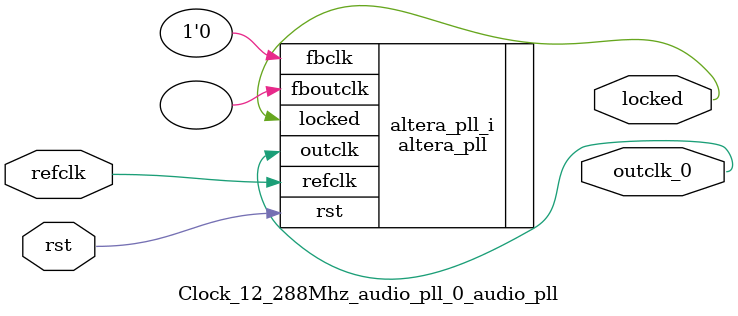
<source format=v>
`timescale 1ns/10ps
module  Clock_12_288Mhz_audio_pll_0_audio_pll(

	// interface 'refclk'
	input wire refclk,

	// interface 'reset'
	input wire rst,

	// interface 'outclk0'
	output wire outclk_0,

	// interface 'locked'
	output wire locked
);

	altera_pll #(
		.fractional_vco_multiplier("false"),
		.reference_clock_frequency("50.0 MHz"),
		.operation_mode("direct"),
		.number_of_clocks(1),
		.output_clock_frequency0("12.288135 MHz"),
		.phase_shift0("0 ps"),
		.duty_cycle0(50),
		.output_clock_frequency1("0 MHz"),
		.phase_shift1("0 ps"),
		.duty_cycle1(50),
		.output_clock_frequency2("0 MHz"),
		.phase_shift2("0 ps"),
		.duty_cycle2(50),
		.output_clock_frequency3("0 MHz"),
		.phase_shift3("0 ps"),
		.duty_cycle3(50),
		.output_clock_frequency4("0 MHz"),
		.phase_shift4("0 ps"),
		.duty_cycle4(50),
		.output_clock_frequency5("0 MHz"),
		.phase_shift5("0 ps"),
		.duty_cycle5(50),
		.output_clock_frequency6("0 MHz"),
		.phase_shift6("0 ps"),
		.duty_cycle6(50),
		.output_clock_frequency7("0 MHz"),
		.phase_shift7("0 ps"),
		.duty_cycle7(50),
		.output_clock_frequency8("0 MHz"),
		.phase_shift8("0 ps"),
		.duty_cycle8(50),
		.output_clock_frequency9("0 MHz"),
		.phase_shift9("0 ps"),
		.duty_cycle9(50),
		.output_clock_frequency10("0 MHz"),
		.phase_shift10("0 ps"),
		.duty_cycle10(50),
		.output_clock_frequency11("0 MHz"),
		.phase_shift11("0 ps"),
		.duty_cycle11(50),
		.output_clock_frequency12("0 MHz"),
		.phase_shift12("0 ps"),
		.duty_cycle12(50),
		.output_clock_frequency13("0 MHz"),
		.phase_shift13("0 ps"),
		.duty_cycle13(50),
		.output_clock_frequency14("0 MHz"),
		.phase_shift14("0 ps"),
		.duty_cycle14(50),
		.output_clock_frequency15("0 MHz"),
		.phase_shift15("0 ps"),
		.duty_cycle15(50),
		.output_clock_frequency16("0 MHz"),
		.phase_shift16("0 ps"),
		.duty_cycle16(50),
		.output_clock_frequency17("0 MHz"),
		.phase_shift17("0 ps"),
		.duty_cycle17(50),
		.pll_type("General"),
		.pll_subtype("General")
	) altera_pll_i (
		.rst	(rst),
		.outclk	({outclk_0}),
		.locked	(locked),
		.fboutclk	( ),
		.fbclk	(1'b0),
		.refclk	(refclk)
	);
endmodule


</source>
